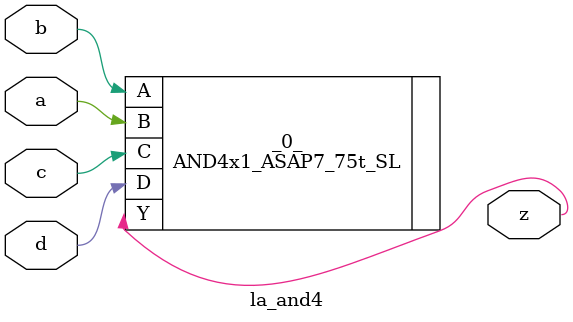
<source format=v>

/* Generated by Yosys 0.44 (git sha1 80ba43d26, g++ 11.4.0-1ubuntu1~22.04 -fPIC -O3) */

(* top =  1  *)
(* src = "inputs/la_and4.v:10.1-22.10" *)
module la_and4 (
    a,
    b,
    c,
    d,
    z
);
  (* src = "inputs/la_and4.v:13.12-13.13" *)
  input a;
  wire a;
  (* src = "inputs/la_and4.v:14.12-14.13" *)
  input b;
  wire b;
  (* src = "inputs/la_and4.v:15.12-15.13" *)
  input c;
  wire c;
  (* src = "inputs/la_and4.v:16.12-16.13" *)
  input d;
  wire d;
  (* src = "inputs/la_and4.v:17.12-17.13" *)
  output z;
  wire z;
  AND4x1_ASAP7_75t_SL _0_ (
      .A(b),
      .B(a),
      .C(c),
      .D(d),
      .Y(z)
  );
endmodule

</source>
